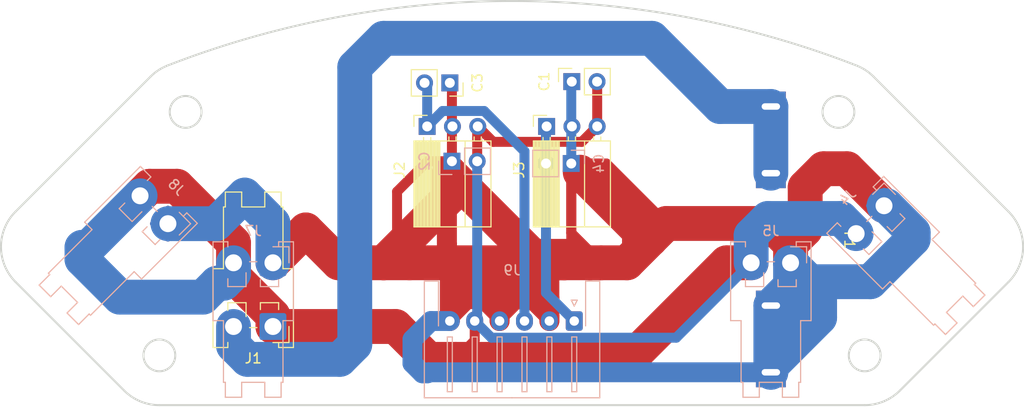
<source format=kicad_pcb>
(kicad_pcb (version 20211014) (generator pcbnew)
  (layers (0 "F.Cu" signal) (31 "B.Cu" signal) (34 "B.Paste" user) (35 "F.Paste" user) (36 "B.SilkS" user "B.Silkscreen") (37 "F.SilkS" user "F.Silkscreen") (38 "B.Mask" user) (39 "F.Mask" user) (44 "Edge.Cuts" user))
  (net 0 "")
  (net 1 "Net-(F1-Pad1)")
  (net 2 "GND")
  (net 3 "5V")
  (net 4 "7.4V")
  (net 5 "3.3V")
  (footprint "Connector_PinSocket_2.54mm:PinSocket_1x03_P2.54mm_Horizontal" (layer "F.Cu") (at 108.475 46.98 90)
    (fp_text reference "J2" (at -4.38 -2.77 90) (layer "F.SilkS"))
    (fp_text value "5V NJM7800FA")
    (fp_line (start -10.09 -0.619525) (end -1.46 -0.619525) (layer "F.SilkS") (width 0.12))
    (fp_line (start -10.09 0.91571) (end -1.46 0.91571) (layer "F.SilkS") (width 0.12))
    (fp_line (start -10.09 0.797615) (end -1.46 0.797615) (layer "F.SilkS") (width 0.12))
    (fp_line (start 0 -1.33) (end 1.11 -1.33) (layer "F.SilkS") (width 0.12))
    (fp_line (start -10.09 -0.855715) (end -1.46 -0.855715) (layer "F.SilkS") (width 0.12))
    (fp_line (start -10.09 0.089045) (end -1.46 0.089045) (layer "F.SilkS") (width 0.12))
    (fp_line (start -10.09 1.27) (end -1.46 1.27) (layer "F.SilkS") (width 0.12))
    (fp_line (start -10.09 0.44333) (end -1.46 0.44333) (layer "F.SilkS") (width 0.12))
    (fp_line (start -10.09 6.41) (end -1.46 6.41) (layer "F.SilkS") (width 0.12))
    (fp_line (start -1.46 0.36) (end -1.11 0.36) (layer "F.SilkS") (width 0.12))
    (fp_line (start -1.46 5.44) (end -1.05 5.44) (layer "F.SilkS") (width 0.12))
    (fp_line (start -10.09 0.561425) (end -1.46 0.561425) (layer "F.SilkS") (width 0.12))
    (fp_line (start -10.09 -0.383335) (end -1.46 -0.383335) (layer "F.SilkS") (width 0.12))
    (fp_line (start -10.09 1.033805) (end -1.46 1.033805) (layer "F.SilkS") (width 0.12))
    (fp_line (start -10.09 0.20714) (end -1.46 0.20714) (layer "F.SilkS") (width 0.12))
    (fp_line (start -10.09 -0.97381) (end -1.46 -0.97381) (layer "F.SilkS") (width 0.12))
    (fp_line (start -1.46 -0.36) (end -1.11 -0.36) (layer "F.SilkS") (width 0.12))
    (fp_line (start -1.46 -1.33) (end -1.46 6.41) (layer "F.SilkS") (width 0.12))
    (fp_line (start -10.09 -1.33) (end -10.09 6.41) (layer "F.SilkS") (width 0.12))
    (fp_line (start -10.09 -0.73762) (end -1.46 -0.73762) (layer "F.SilkS") (width 0.12))
    (fp_line (start 1.11 -1.33) (end 1.11 0) (layer "F.SilkS") (width 0.12))
    (fp_line (start -1.46 2.9) (end -1.05 2.9) (layer "F.SilkS") (width 0.12))
    (fp_line (start -10.09 -0.50143) (end -1.46 -0.50143) (layer "F.SilkS") (width 0.12))
    (fp_line (start -10.09 -1.21) (end -1.46 -1.21) (layer "F.SilkS") (width 0.12))
    (fp_line (start -10.09 0.67952) (end -1.46 0.67952) (layer "F.SilkS") (width 0.12))
    (fp_line (start -10.09 -1.091905) (end -1.46 -1.091905) (layer "F.SilkS") (width 0.12))
    (fp_line (start -10.09 -0.02905) (end -1.46 -0.02905) (layer "F.SilkS") (width 0.12))
    (fp_line (start -10.09 -0.147145) (end -1.46 -0.147145) (layer "F.SilkS") (width 0.12))
    (fp_line (start -10.09 -1.33) (end -1.46 -1.33) (layer "F.SilkS") (width 0.12))
    (fp_line (start -1.46 2.18) (end -1.05 2.18) (layer "F.SilkS") (width 0.12))
    (fp_line (start -10.09 0.325235) (end -1.46 0.325235) (layer "F.SilkS") (width 0.12))
    (fp_line (start -10.09 -0.26524) (end -1.46 -0.26524) (layer "F.SilkS") (width 0.12))
    (fp_line (start -10.09 1.1519) (end -1.46 1.1519) (layer "F.SilkS") (width 0.12))
    (fp_line (start -1.46 4.72) (end -1.05 4.72) (layer "F.SilkS") (width 0.12))
    (fp_line (start -10.09 3.81) (end -1.46 3.81) (layer "F.SilkS") (width 0.12))
    (pad "1" thru_hole rect (at 0 0 90) (size 1.7 1.7) (drill 1) (layers *.Cu *.Mask) (net 3 "5V"))
    (pad "2" thru_hole oval (at 0 2.54 90) (size 1.7 1.7) (drill 1) (layers *.Cu *.Mask) (net 2 "GND"))
    (pad "3" thru_hole oval (at 0 5.08 90) (size 1.7 1.7) (drill 1) (layers *.Cu *.Mask) (net 4 "7.4V"))
  )
  (footprint "Connector_JST:JST_VH_S2P-VH_1x02_P3.96mm_Horizontal" (layer "F.Cu") (at 92.98 67.08 180)
    (fp_text reference "J1" (at 1.98 -3.2) (layer "F.SilkS"))
    (fp_text value "Power IN")
    (fp_line (start 6.02 -2.11) (end 6.02 5.81) (layer "F.SilkS") (width 0.12))
    (fp_line (start 1.26 2.39) (end 1.26 1.7) (layer "F.SilkS") (width 0.12))
    (fp_line (start -2.06 5.81) (end -2.06 -2.11) (layer "F.SilkS") (width 0.12))
    (fp_line (start 2.7 1) (end 2.7 2.39) (layer "F.SilkS") (width 0.12))
    (fp_line (start 3.14 12.01) (end 3.14 13.51) (layer "F.SilkS") (width 0.12))
    (fp_line (start -1.01 5.81) (end -2.06 5.81) (layer "F.SilkS") (width 0.12))
    (fp_line (start 4.53 2.39) (end 4.53 1.6) (layer "F.SilkS") (width 0.12))
    (fp_line (start -0.58 2.39) (end 1.26 2.39) (layer "F.SilkS") (width 0.12))
    (fp_line (start -1.61 -1.61) (end -1.61 0) (layer "F.SilkS") (width 0.12))
    (fp_line (start 6.02 5.81) (end 4.97 5.81) (layer "F.SilkS") (width 0.12))
    (fp_line (start 4.78 12.01) (end 4.97 12.01) (layer "F.SilkS") (width 0.12))
    (fp_line (start -0.82 12.01) (end -0.82 13.51) (layer "F.SilkS") (width 0.12))
    (fp_line (start 4.78 13.51) (end 4.78 12.01) (layer "F.SilkS") (width 0.12))
    (fp_line (start 2.7 2.39) (end 4.54 2.39) (layer "F.SilkS") (width 0.12))
    (fp_line (start 4.53 -1.6) (end 4.53 -2.11) (layer "F.SilkS") (width 0.12))
    (fp_line (start 0.82 13.51) (end 0.82 12.01) (layer "F.SilkS") (width 0.12))
    (fp_line (start 3.14 13.51) (end 4.78 13.51) (layer "F.SilkS") (width 0.12))
    (fp_line (start -0.57 -2.11) (end -0.57 -1.61) (layer "F.SilkS") (width 0.12))
    (fp_line (start -2.06 -2.11) (end -0.57 -2.11) (layer "F.SilkS") (width 0.12))
    (fp_line (start -0.82 13.51) (end 0.82 13.51) (layer "F.SilkS") (width 0.12))
    (fp_line (start 4.53 -2.11) (end 6.02 -2.11) (layer "F.SilkS") (width 0.12))
    (fp_line (start 1.61 -0.11) (end 2.35 -0.11) (layer "F.SilkS") (width 0.12))
    (fp_line (start -1.01 12.01) (end -0.82 12.01) (layer "F.SilkS") (width 0.12))
    (fp_line (start 0 -1.61) (end -1.61 -1.61) (layer "F.SilkS") (width 0.12))
    (fp_line (start 0.82 12.01) (end 3.14 12.01) (layer "F.SilkS") (width 0.12))
    (fp_line (start -1.01 5.81) (end -1.01 12.01) (layer "F.SilkS") (width 0.12))
    (fp_line (start 4.97 12.01) (end 4.97 5.81) (layer "F.SilkS") (width 0.12))
    (fp_line (start -0.57 1.7) (end -0.57 2.39) (layer "F.SilkS") (width 0.12))
    (pad "1" thru_hole roundrect (at 0 0 180) (size 2.7 2.7) (drill 1.7) (layers *.Cu *.Mask) (roundrect_rratio 0.09259296296) (net 4 "7.4V"))
    (pad "2" thru_hole circle (at 3.96 0 180) (size 2.7 2.7) (drill 1.7) (layers *.Cu *.Mask) (net 1 "Net-(F1-Pad1)"))
  )
  (footprint "Connector_PinSocket_2.54mm:PinSocket_1x02_P2.54mm_Vertical" (layer "F.Cu") (at 110.75 42.605 -90)
    (fp_text reference "C3" (at 0 -2.77 90) (layer "F.SilkS"))
    (fp_text value "0.1μF")
    (fp_line (start 1.33 1.27) (end 1.33 3.87) (layer "F.SilkS") (width 0.12))
    (fp_line (start -1.33 1.27) (end -1.33 3.87) (layer "F.SilkS") (width 0.12))
    (fp_line (start 1.33 -1.33) (end 1.33 0) (layer "F.SilkS") (width 0.12))
    (fp_line (start -1.33 1.27) (end 1.33 1.27) (layer "F.SilkS") (width 0.12))
    (fp_line (start 0 -1.33) (end 1.33 -1.33) (layer "F.SilkS") (width 0.12))
    (fp_line (start -1.33 3.87) (end 1.33 3.87) (layer "F.SilkS") (width 0.12))
    (pad "1" thru_hole rect (at 0 0 270) (size 1.7 1.7) (drill 1) (layers *.Cu *.Mask) (net 2 "GND"))
    (pad "2" thru_hole oval (at 0 2.54 270) (size 1.7 1.7) (drill 1) (layers *.Cu *.Mask) (net 3 "5V"))
  )
  (footprint "RCJ_Library:Fuse" (layer "F.Cu") (at 143 58.38 -90)
    (fp_text reference "F1" (at 0 -7.9 -90 unlocked) (layer "F.SilkS"))
    (fp_text value "Fuse")
    (fp_line (start 6.6 0) (end 13.3 0) (layer "F.Cu") (width 3))
    (fp_line (start -13.4 0) (end -6.7 0) (layer "F.Cu") (width 3))
    (pad "1" thru_hole rect (at -13.4 0 270) (size 3 3) (drill oval 0.65 1.85) (layers *.Cu *.Mask) (net 1 "Net-(F1-Pad1)"))
    (pad "1" thru_hole rect (at -6.7 0 270) (size 3 3) (drill oval 0.65 1.85) (layers *.Cu *.Mask) (net 1 "Net-(F1-Pad1)"))
    (pad "2" thru_hole rect (at 13.3 0 270) (size 3 3) (drill oval 0.65 1.85) (layers *.Cu *.Mask) (net 2 "GND"))
    (pad "2" thru_hole rect (at 6.6 0 270) (size 3 3) (drill oval 0.65 1.85) (layers *.Cu *.Mask) (net 2 "GND"))
  )
  (footprint "Connector_PinSocket_2.54mm:PinSocket_1x03_P2.54mm_Horizontal" (layer "F.Cu") (at 120.475 46.98 90)
    (fp_text reference "J3" (at -4.38 -2.77 90) (layer "F.SilkS"))
    (fp_text value "3.3V TA48033S")
    (fp_line (start -10.09 -1.33) (end -1.46 -1.33) (layer "F.SilkS") (width 0.12))
    (fp_line (start -10.09 0.44333) (end -1.46 0.44333) (layer "F.SilkS") (width 0.12))
    (fp_line (start -10.09 -0.855715) (end -1.46 -0.855715) (layer "F.SilkS") (width 0.12))
    (fp_line (start -1.46 0.36) (end -1.11 0.36) (layer "F.SilkS") (width 0.12))
    (fp_line (start -1.46 -0.36) (end -1.11 -0.36) (layer "F.SilkS") (width 0.12))
    (fp_line (start -10.09 -0.619525) (end -1.46 -0.619525) (layer "F.SilkS") (width 0.12))
    (fp_line (start -10.09 -1.33) (end -10.09 6.41) (layer "F.SilkS") (width 0.12))
    (fp_line (start 1.11 -1.33) (end 1.11 0) (layer "F.SilkS") (width 0.12))
    (fp_line (start -10.09 -1.21) (end -1.46 -1.21) (layer "F.SilkS") (width 0.12))
    (fp_line (start -10.09 0.67952) (end -1.46 0.67952) (layer "F.SilkS") (width 0.12))
    (fp_line (start -10.09 0.089045) (end -1.46 0.089045) (layer "F.SilkS") (width 0.12))
    (fp_line (start -1.46 5.44) (end -1.05 5.44) (layer "F.SilkS") (width 0.12))
    (fp_line (start -10.09 1.1519) (end -1.46 1.1519) (layer "F.SilkS") (width 0.12))
    (fp_line (start -10.09 3.81) (end -1.46 3.81) (layer "F.SilkS") (width 0.12))
    (fp_line (start -10.09 1.033805) (end -1.46 1.033805) (layer "F.SilkS") (width 0.12))
    (fp_line (start -10.09 -0.147145) (end -1.46 -0.147145) (layer "F.SilkS") (width 0.12))
    (fp_line (start -1.46 2.9) (end -1.05 2.9) (layer "F.SilkS") (width 0.12))
    (fp_line (start -10.09 -0.97381) (end -1.46 -0.97381) (layer "F.SilkS") (width 0.12))
    (fp_line (start -1.46 4.72) (end -1.05 4.72) (layer "F.SilkS") (width 0.12))
    (fp_line (start -10.09 -0.50143) (end -1.46 -0.50143) (layer "F.SilkS") (width 0.12))
    (fp_line (start -10.09 -0.383335) (end -1.46 -0.383335) (layer "F.SilkS") (width 0.12))
    (fp_line (start -10.09 1.27) (end -1.46 1.27) (layer "F.SilkS") (width 0.12))
    (fp_line (start -10.09 -0.26524) (end -1.46 -0.26524) (layer "F.SilkS") (width 0.12))
    (fp_line (start -10.09 0.325235) (end -1.46 0.325235) (layer "F.SilkS") (width 0.12))
    (fp_line (start 0 -1.33) (end 1.11 -1.33) (layer "F.SilkS") (width 0.12))
    (fp_line (start -10.09 -0.02905) (end -1.46 -0.02905) (layer "F.SilkS") (width 0.12))
    (fp_line (start -10.09 0.561425) (end -1.46 0.561425) (layer "F.SilkS") (width 0.12))
    (fp_line (start -1.46 -1.33) (end -1.46 6.41) (layer "F.SilkS") (width 0.12))
    (fp_line (start -10.09 0.797615) (end -1.46 0.797615) (layer "F.SilkS") (width 0.12))
    (fp_line (start -10.09 0.91571) (end -1.46 0.91571) (layer "F.SilkS") (width 0.12))
    (fp_line (start -10.09 -1.091905) (end -1.46 -1.091905) (layer "F.SilkS") (width 0.12))
    (fp_line (start -10.09 0.20714) (end -1.46 0.20714) (layer "F.SilkS") (width 0.12))
    (fp_line (start -10.09 -0.73762) (end -1.46 -0.73762) (layer "F.SilkS") (width 0.12))
    (fp_line (start -10.09 6.41) (end -1.46 6.41) (layer "F.SilkS") (width 0.12))
    (fp_line (start -1.46 2.18) (end -1.05 2.18) (layer "F.SilkS") (width 0.12))
    (pad "1" thru_hole rect (at 0 0 90) (size 1.7 1.7) (drill 1) (layers *.Cu *.Mask) (net 5 "3.3V"))
    (pad "2" thru_hole oval (at 0 2.54 90) (size 1.7 1.7) (drill 1) (layers *.Cu *.Mask) (net 2 "GND"))
    (pad "3" thru_hole oval (at 0 5.08 90) (size 1.7 1.7) (drill 1) (layers *.Cu *.Mask) (net 4 "7.4V"))
  )
  (footprint "Connector_PinSocket_2.54mm:PinSocket_1x02_P2.54mm_Vertical" (layer "F.Cu") (at 123 42.48 90)
    (fp_text reference "C1" (at 0 -2.77 90) (layer "F.SilkS"))
    (fp_text value "0.33μF")
    (fp_line (start -1.33 1.27) (end -1.33 3.87) (layer "F.SilkS") (width 0.12))
    (fp_line (start 1.33 1.27) (end 1.33 3.87) (layer "F.SilkS") (width 0.12))
    (fp_line (start -1.33 3.87) (end 1.33 3.87) (layer "F.SilkS") (width 0.12))
    (fp_line (start 0 -1.33) (end 1.33 -1.33) (layer "F.SilkS") (width 0.12))
    (fp_line (start -1.33 1.27) (end 1.33 1.27) (layer "F.SilkS") (width 0.12))
    (fp_line (start 1.33 -1.33) (end 1.33 0) (layer "F.SilkS") (width 0.12))
    (pad "1" thru_hole rect (at 0 0 90) (size 1.7 1.7) (drill 1) (layers *.Cu *.Mask) (net 2 "GND"))
    (pad "2" thru_hole oval (at 0 2.54 90) (size 1.7 1.7) (drill 1) (layers *.Cu *.Mask) (net 4 "7.4V"))
  )
  (footprint "Connector_PinSocket_2.54mm:PinSocket_1x02_P2.54mm_Vertical" (layer "B.Cu") (at 122.95 50.705 90)
    (fp_text reference "C4" (at 0 2.77 90) (layer "B.SilkS") (effects (justify mirror)))
    (fp_text value "10µF")
    (fp_line (start -1.33 -1.27) (end -1.33 -3.87) (layer "B.SilkS") (width 0.12))
    (fp_line (start 1.33 1.33) (end 1.33 0) (layer "B.SilkS") (width 0.12))
    (fp_line (start 1.33 -1.27) (end 1.33 -3.87) (layer "B.SilkS") (width 0.12))
    (fp_line (start 0 1.33) (end 1.33 1.33) (layer "B.SilkS") (width 0.12))
    (fp_line (start -1.33 -3.87) (end 1.33 -3.87) (layer "B.SilkS") (width 0.12))
    (fp_line (start -1.33 -1.27) (end 1.33 -1.27) (layer "B.SilkS") (width 0.12))
    (pad "1" thru_hole rect (at 0 0 90) (size 1.7 1.7) (drill 1) (layers *.Cu *.Mask) (net 2 "GND"))
    (pad "2" thru_hole oval (at 0 -2.54 90) (size 1.7 1.7) (drill 1) (layers *.Cu *.Mask) (net 5 "3.3V"))
  )
  (footprint "Connector_JST:JST_VH_S2P-VH_1x02_P3.96mm_Horizontal" (layer "B.Cu") (at 82.43058 56.749562 135)
    (fp_text reference "J8" (at 1.98 3.2 135) (layer "B.SilkS") (effects (justify mirror)))
    (fp_text value "M4 Power")
    (fp_line (start 6.02 2.11) (end 6.02 -5.81) (layer "B.SilkS") (width 0.12))
    (fp_line (start 1.26 -2.39) (end 1.26 -1.7) (layer "B.SilkS") (width 0.12))
    (fp_line (start 3.14 -12.01) (end 3.14 -13.51) (layer "B.SilkS") (width 0.12))
    (fp_line (start -1.61 1.61) (end -1.61 0) (layer "B.SilkS") (width 0.12))
    (fp_line (start 4.78 -12.01) (end 4.97 -12.01) (layer "B.SilkS") (width 0.12))
    (fp_line (start 0 1.61) (end -1.61 1.61) (layer "B.SilkS") (width 0.12))
    (fp_line (start 4.78 -13.51) (end 4.78 -12.01) (layer "B.SilkS") (width 0.12))
    (fp_line (start -1.01 -5.81) (end -2.06 -5.81) (layer "B.SilkS") (width 0.12))
    (fp_line (start 4.97 -12.01) (end 4.97 -5.81) (layer "B.SilkS") (width 0.12))
    (fp_line (start -1.01 -12.01) (end -0.82 -12.01) (layer "B.SilkS") (width 0.12))
    (fp_line (start -2.06 2.11) (end -0.57 2.11) (layer "B.SilkS") (width 0.12))
    (fp_line (start 4.53 1.6) (end 4.53 2.11) (layer "B.SilkS") (width 0.12))
    (fp_line (start 0.82 -13.51) (end 0.82 -12.01) (layer "B.SilkS") (width 0.12))
    (fp_line (start -0.58 -2.39) (end 1.26 -2.39) (layer "B.SilkS") (width 0.12))
    (fp_line (start 2.7 -2.39) (end 4.54 -2.39) (layer "B.SilkS") (width 0.12))
    (fp_line (start -0.57 2.11) (end -0.57 1.61) (layer "B.SilkS") (width 0.12))
    (fp_line (start 0.82 -12.01) (end 3.14 -12.01) (layer "B.SilkS") (width 0.12))
    (fp_line (start 2.7 -1) (end 2.7 -2.39) (layer "B.SilkS") (width 0.12))
    (fp_line (start 4.53 -2.39) (end 4.53 -1.6) (layer "B.SilkS") (width 0.12))
    (fp_line (start -1.01 -5.81) (end -1.01 -12.01) (layer "B.SilkS") (width 0.12))
    (fp_line (start 1.61 0.11) (end 2.35 0.11) (layer "B.SilkS") (width 0.12))
    (fp_line (start -0.57 -1.7) (end -0.57 -2.39) (layer "B.SilkS") (width 0.12))
    (fp_line (start 4.53 2.11) (end 6.02 2.11) (layer "B.SilkS") (width 0.12))
    (fp_line (start 3.14 -13.51) (end 4.78 -13.51) (layer "B.SilkS") (width 0.12))
    (fp_line (start -0.82 -12.01) (end -0.82 -13.51) (layer "B.SilkS") (width 0.12))
    (fp_line (start -2.06 -5.81) (end -2.06 2.11) (layer "B.SilkS") (width 0.12))
    (fp_line (start -0.82 -13.51) (end 0.82 -13.51) (layer "B.SilkS") (width 0.12))
    (fp_line (start 6.02 -5.81) (end 4.97 -5.81) (layer "B.SilkS") (width 0.12))
    (pad "1" thru_hole roundrect (at 0 0 135) (size 2.7 2.7) (drill 1.7) (layers *.Cu *.Mask) (roundrect_rratio 0.09259296296) (net 2 "GND"))
    (pad "2" thru_hole circle (at 3.96 0 135) (size 2.7 2.7) (drill 1.7) (layers *.Cu *.Mask) (net 4 "7.4V"))
  )
  (footprint "Connector_PinSocket_2.54mm:PinSocket_1x02_P2.54mm_Vertical" (layer "B.Cu") (at 110.96 50.48 -90)
    (fp_text reference "C2" (at 0 2.77 90) (layer "B.SilkS") (effects (justify mirror)))
    (fp_text value "0.33µF")
    (fp_line (start -1.33 -1.27) (end -1.33 -3.87) (layer "B.SilkS") (width 0.12))
    (fp_line (start 1.33 1.33) (end 1.33 0) (layer "B.SilkS") (width 0.12))
    (fp_line (start 1.33 -1.27) (end 1.33 -3.87) (layer "B.SilkS") (width 0.12))
    (fp_line (start -1.33 -1.27) (end 1.33 -1.27) (layer "B.SilkS") (width 0.12))
    (fp_line (start -1.33 -3.87) (end 1.33 -3.87) (layer "B.SilkS") (width 0.12))
    (fp_line (start 0 1.33) (end 1.33 1.33) (layer "B.SilkS") (width 0.12))
    (pad "1" thru_hole rect (at 0 0 270) (size 1.7 1.7) (drill 1) (layers *.Cu *.Mask) (net 2 "GND"))
    (pad "2" thru_hole oval (at 0 -2.54 270) (size 1.7 1.7) (drill 1) (layers *.Cu *.Mask) (net 4 "7.4V"))
  )
  (footprint "Connector_JST:JST_VH_S2P-VH_1x02_P3.96mm_Horizontal" (layer "B.Cu") (at 144.98 60.68 180)
    (fp_text reference "J5" (at 1.98 3.2) (layer "B.SilkS") (effects (justify mirror)))
    (fp_text value "M2 Power")
    (fp_line (start 6.02 2.11) (end 6.02 -5.81) (layer "B.SilkS") (width 0.12))
    (fp_line (start -0.57 2.11) (end -0.57 1.61) (layer "B.SilkS") (width 0.12))
    (fp_line (start -1.61 1.61) (end -1.61 0) (layer "B.SilkS") (width 0.12))
    (fp_line (start -0.57 -1.7) (end -0.57 -2.39) (layer "B.SilkS") (width 0.12))
    (fp_line (start 2.7 -1) (end 2.7 -2.39) (layer "B.SilkS") (width 0.12))
    (fp_line (start 6.02 -5.81) (end 4.97 -5.81) (layer "B.SilkS") (width 0.12))
    (fp_line (start -1.01 -5.81) (end -1.01 -12.01) (layer "B.SilkS") (width 0.12))
    (fp_line (start -2.06 -5.81) (end -2.06 2.11) (layer "B.SilkS") (width 0.12))
    (fp_line (start 4.78 -13.51) (end 4.78 -12.01) (layer "B.SilkS") (width 0.12))
    (fp_line (start 4.53 1.6) (end 4.53 2.11) (layer "B.SilkS") (width 0.12))
    (fp_line (start -0.58 -2.39) (end 1.26 -2.39) (layer "B.SilkS") (width 0.12))
    (fp_line (start 3.14 -13.51) (end 4.78 -13.51) (layer "B.SilkS") (width 0.12))
    (fp_line (start -0.82 -12.01) (end -0.82 -13.51) (layer "B.SilkS") (width 0.12))
    (fp_line (start 0.82 -12.01) (end 3.14 -12.01) (layer "B.SilkS") (width 0.12))
    (fp_line (start 0 1.61) (end -1.61 1.61) (layer "B.SilkS") (width 0.12))
    (fp_line (start 4.53 -2.39) (end 4.53 -1.6) (layer "B.SilkS") (width 0.12))
    (fp_line (start 1.26 -2.39) (end 1.26 -1.7) (layer "B.SilkS") (width 0.12))
    (fp_line (start 1.61 0.11) (end 2.35 0.11) (layer "B.SilkS") (width 0.12))
    (fp_line (start -0.82 -13.51) (end 0.82 -13.51) (layer "B.SilkS") (width 0.12))
    (fp_line (start 2.7 -2.39) (end 4.54 -2.39) (layer "B.SilkS") (width 0.12))
    (fp_line (start 4.78 -12.01) (end 4.97 -12.01) (layer "B.SilkS") (width 0.12))
    (fp_line (start -1.01 -12.01) (end -0.82 -12.01) (layer "B.SilkS") (width 0.12))
    (fp_line (start 4.97 -12.01) (end 4.97 -5.81) (layer "B.SilkS") (width 0.12))
    (fp_line (start -1.01 -5.81) (end -2.06 -5.81) (layer "B.SilkS") (width 0.12))
    (fp_line (start 3.14 -12.01) (end 3.14 -13.51) (layer "B.SilkS") (width 0.12))
    (fp_line (start -2.06 2.11) (end -0.57 2.11) (layer "B.SilkS") (width 0.12))
    (fp_line (start 0.82 -13.51) (end 0.82 -12.01) (layer "B.SilkS") (width 0.12))
    (fp_line (start 4.53 2.11) (end 6.02 2.11) (layer "B.SilkS") (width 0.12))
    (pad "1" thru_hole roundrect (at 0 0 180) (size 2.7 2.7) (drill 1.7) (layers *.Cu *.Mask) (roundrect_rratio 0.09259296296) (net 2 "GND"))
    (pad "2" thru_hole circle (at 3.96 0 180) (size 2.7 2.7) (drill 1.7) (layers *.Cu *.Mask) (net 4 "7.4V"))
  )
  (footprint "Connector_JST:JST_VH_S2P-VH_1x02_P3.96mm_Horizontal" (layer "B.Cu") (at 154.369562 54.94942 -135)
    (fp_text reference "J4" (at 1.98 3.2 45) (layer "B.SilkS") (effects (justify mirror)))
    (fp_text value "M1 Power")
    (fp_line (start -0.58 -2.39) (end 1.26 -2.39) (layer "B.SilkS") (width 0.12))
    (fp_line (start 0.82 -13.51) (end 0.82 -12.01) (layer "B.SilkS") (width 0.12))
    (fp_line (start -0.57 2.11) (end -0.57 1.61) (layer "B.SilkS") (width 0.12))
    (fp_line (start 1.26 -2.39) (end 1.26 -1.7) (layer "B.SilkS") (width 0.12))
    (fp_line (start 4.78 -12.01) (end 4.97 -12.01) (layer "B.SilkS") (width 0.12))
    (fp_line (start -1.01 -12.01) (end -0.82 -12.01) (layer "B.SilkS") (width 0.12))
    (fp_line (start -1.61 1.61) (end -1.61 0) (layer "B.SilkS") (width 0.12))
    (fp_line (start -2.06 2.11) (end -0.57 2.11) (layer "B.SilkS") (width 0.12))
    (fp_line (start -0.57 -1.7) (end -0.57 -2.39) (layer "B.SilkS") (width 0.12))
    (fp_line (start -1.01 -5.81) (end -2.06 -5.81) (layer "B.SilkS") (width 0.12))
    (fp_line (start 1.61 0.11) (end 2.35 0.11) (layer "B.SilkS") (width 0.12))
    (fp_line (start -1.01 -5.81) (end -1.01 -12.01) (layer "B.SilkS") (width 0.12))
    (fp_line (start 0 1.61) (end -1.61 1.61) (layer "B.SilkS") (width 0.12))
    (fp_line (start -2.06 -5.81) (end -2.06 2.11) (layer "B.SilkS") (width 0.12))
    (fp_line (start 4.53 -2.39) (end 4.53 -1.6) (layer "B.SilkS") (width 0.12))
    (fp_line (start 4.78 -13.51) (end 4.78 -12.01) (layer "B.SilkS") (width 0.12))
    (fp_line (start 4.53 1.6) (end 4.53 2.11) (layer "B.SilkS") (width 0.12))
    (fp_line (start 3.14 -13.51) (end 4.78 -13.51) (layer "B.SilkS") (width 0.12))
    (fp_line (start 2.7 -1) (end 2.7 -2.39) (layer "B.SilkS") (width 0.12))
    (fp_line (start 6.02 -5.81) (end 4.97 -5.81) (layer "B.SilkS") (width 0.12))
    (fp_line (start -0.82 -13.51) (end 0.82 -13.51) (layer "B.SilkS") (width 0.12))
    (fp_line (start 2.7 -2.39) (end 4.54 -2.39) (layer "B.SilkS") (width 0.12))
    (fp_line (start 0.82 -12.01) (end 3.14 -12.01) (layer "B.SilkS") (width 0.12))
    (fp_line (start 4.97 -12.01) (end 4.97 -5.81) (layer "B.SilkS") (width 0.12))
    (fp_line (start 4.53 2.11) (end 6.02 2.11) (layer "B.SilkS") (width 0.12))
    (fp_line (start 6.02 2.11) (end 6.02 -5.81) (layer "B.SilkS") (width 0.12))
    (fp_line (start 3.14 -12.01) (end 3.14 -13.51) (layer "B.SilkS") (width 0.12))
    (fp_line (start -0.82 -12.01) (end -0.82 -13.51) (layer "B.SilkS") (width 0.12))
    (pad "1" thru_hole roundrect (at 0 0 225) (size 2.7 2.7) (drill 1.7) (layers *.Cu *.Mask) (roundrect_rratio 0.09259296296) (net 2 "GND"))
    (pad "2" thru_hole circle (at 3.96 0 225) (size 2.7 2.7) (drill 1.7) (layers *.Cu *.Mask) (net 4 "7.4V"))
  )
  (footprint "Connector_JST:JST_XH_S6B-XH-A-1_1x06_P2.50mm_Horizontal" (layer "B.Cu") (at 123.25 66.53 180)
    (fp_text reference "J9" (at 6.25 5.1) (layer "B.SilkS") (effects (justify mirror)))
    (fp_text value "Power Sending")
    (fp_line (start 7.25 -7.1) (end 7.75 -7.1) (layer "B.SilkS") (width 0.12))
    (fp_line (start 2.75 -1.6) (end 2.25 -1.6) (layer "B.SilkS") (width 0.12))
    (fp_line (start 2.75 -7.1) (end 2.75 -1.6) (layer "B.SilkS") (width 0.12))
    (fp_line (start -0.25 -7.1) (end 0.25 -7.1) (layer "B.SilkS") (width 0.12))
    (fp_line (start 2.25 -7.1) (end 2.75 -7.1) (layer "B.SilkS") (width 0.12))
    (fp_line (start 0 1.5) (end -0.3 2.1) (layer "B.SilkS") (width 0.12))
    (fp_line (start -0.3 2.1) (end 0.3 2.1) (layer "B.SilkS") (width 0.12))
    (fp_line (start 9.75 -1.6) (end 9.75 -7.1) (layer "B.SilkS") (width 0.12))
    (fp_line (start -1.14 4.01) (end -1.14 -0.49) (layer "B.SilkS") (width 0.12))
    (fp_line (start 15.06 -7.71) (end 15.06 4.01) (layer "B.SilkS") (width 0.12))
    (fp_line (start 10.25 -1.6) (end 9.75 -1.6) (layer "B.SilkS") (width 0.12))
    (fp_line (start 6.25 -7.71) (end -2.56 -7.71) (layer "B.SilkS") (width 0.12))
    (fp_line (start 0.25 -7.1) (end 0.25 -1.6) (layer "B.SilkS") (width 0.12))
    (fp_line (start 12.75 -7.1) (end 12.75 -1.6) (layer "B.SilkS") (width 0.12))
    (fp_line (start 10.25 -7.1) (end 10.25 -1.6) (layer "B.SilkS") (width 0.12))
    (fp_line (start 0.3 2.1) (end 0 1.5) (layer "B.SilkS") (width 0.12))
    (fp_line (start 12.25 -1.6) (end 12.25 -7.1) (layer "B.SilkS") (width 0.12))
    (fp_line (start 5.25 -1.6) (end 4.75 -1.6) (layer "B.SilkS") (width 0.12))
    (fp_line (start 6.25 -7.71) (end 15.06 -7.71) (layer "B.SilkS") (width 0.12))
    (fp_line (start -2.56 -7.71) (end -2.56 4.01) (layer "B.SilkS") (width 0.12))
    (fp_line (start 12.25 -7.1) (end 12.75 -7.1) (layer "B.SilkS") (width 0.12))
    (fp_line (start 7.25 -1.6) (end 7.25 -7.1) (layer "B.SilkS") (width 0.12))
    (fp_line (start -0.25 -1.6) (end -0.25 -7.1) (layer "B.SilkS") (width 0.12))
    (fp_line (start 13.64 4.01) (end 13.64 -0.49) (layer "B.SilkS") (width 0.12))
    (fp_line (start 0.25 -1.6) (end -0.25 -1.6) (layer "B.SilkS") (width 0.12))
    (fp_line (start 4.75 -7.1) (end 5.25 -7.1) (layer "B.SilkS") (width 0.12))
    (fp_line (start 4.75 -1.6) (end 4.75 -7.1) (layer "B.SilkS") (width 0.12))
    (fp_line (start 12.75 -1.6) (end 12.25 -1.6) (layer "B.SilkS") (width 0.12))
    (fp_line (start 7.75 -7.1) (end 7.75 -1.6) (layer "B.SilkS") (width 0.12))
    (fp_line (start -2.56 4.01) (end -1.14 4.01) (layer "B.SilkS") (width 0.12))
    (fp_line (start 7.75 -1.6) (end 7.25 -1.6) (layer "B.SilkS") (width 0.12))
    (fp_line (start 15.06 4.01) (end 13.64 4.01) (layer "B.SilkS") (width 0.12))
    (fp_line (start 9.75 -7.1) (end 10.25 -7.1) (layer "B.SilkS") (width 0.12))
    (fp_line (start 2.25 -1.6) (end 2.25 -7.1) (layer "B.SilkS") (width 0.12))
    (fp_line (start 5.25 -7.1) (end 5.25 -1.6) (layer "B.SilkS") (width 0.12))
    (pad "1" thru_hole roundrect (at 0 0 180) (size 1.7 1.95) (drill 0.95) (layers *.Cu *.Mask) (roundrect_rratio 0.1470588235) (net 5 "3.3V"))
    (pad "2" thru_hole oval (at 2.5 0 180) (size 1.7 1.95) (drill 0.95) (layers *.Cu *.Mask) (net 2 "GND"))
    (pad "3" thru_hole oval (at 5 0 180) (size 1.7 1.95) (drill 0.95) (layers *.Cu *.Mask) (net 3 "5V"))
    (pad "4" thru_hole oval (at 7.5 0 180) (size 1.7 1.95) (drill 0.95) (layers *.Cu *.Mask) (net 2 "GND"))
    (pad "5" thru_hole oval (at 10 0 180) (size 1.7 1.95) (drill 0.95) (layers *.Cu *.Mask) (net 4 "7.4V"))
    (pad "6" thru_hole oval (at 12.5 0 180) (size 1.7 1.95) (drill 0.95) (layers *.Cu *.Mask) (net 2 "GND"))
  )
  (footprint "Connector_JST:JST_VH_S2P-VH_1x02_P3.96mm_Horizontal" (layer "B.Cu") (at 92.98 60.68 180)
    (fp_text reference "J7" (at 1.98 3.2) (layer "B.SilkS") (effects (justify mirror)))
    (fp_text value "M3 Power")
    (fp_line (start -2.06 2.11) (end -0.57 2.11) (layer "B.SilkS") (width 0.12))
    (fp_line (start -2.06 -5.81) (end -2.06 2.11) (layer "B.SilkS") (width 0.12))
    (fp_line (start 1.61 0.11) (end 2.35 0.11) (layer "B.SilkS") (width 0.12))
    (fp_line (start -0.82 -13.51) (end 0.82 -13.51) (layer "B.SilkS") (width 0.12))
    (fp_line (start -0.82 -12.01) (end -0.82 -13.51) (layer "B.SilkS") (width 0.12))
    (fp_line (start 3.14 -13.51) (end 4.78 -13.51) (layer "B.SilkS") (width 0.12))
    (fp_line (start -0.57 2.11) (end -0.57 1.61) (layer "B.SilkS") (width 0.12))
    (fp_line (start -0.57 -1.7) (end -0.57 -2.39) (layer "B.SilkS") (width 0.12))
    (fp_line (start 1.26 -2.39) (end 1.26 -1.7) (layer "B.SilkS") (width 0.12))
    (fp_line (start 4.53 2.11) (end 6.02 2.11) (layer "B.SilkS") (width 0.12))
    (fp_line (start 4.78 -12.01) (end 4.97 -12.01) (layer "B.SilkS") (width 0.12))
    (fp_line (start 0.82 -13.51) (end 0.82 -12.01) (layer "B.SilkS") (width 0.12))
    (fp_line (start 0.82 -12.01) (end 3.14 -12.01) (layer "B.SilkS") (width 0.12))
    (fp_line (start -1.01 -5.81) (end -2.06 -5.81) (layer "B.SilkS") (width 0.12))
    (fp_line (start -1.01 -12.01) (end -0.82 -12.01) (layer "B.SilkS") (width 0.12))
    (fp_line (start 2.7 -1) (end 2.7 -2.39) (layer "B.SilkS") (width 0.12))
    (fp_line (start 6.02 -5.81) (end 4.97 -5.81) (layer "B.SilkS") (width 0.12))
    (fp_line (start -0.58 -2.39) (end 1.26 -2.39) (layer "B.SilkS") (width 0.12))
    (fp_line (start 0 1.61) (end -1.61 1.61) (layer "B.SilkS") (width 0.12))
    (fp_line (start 4.53 1.6) (end 4.53 2.11) (layer "B.SilkS") (width 0.12))
    (fp_line (start 4.78 -13.51) (end 4.78 -12.01) (layer "B.SilkS") (width 0.12))
    (fp_line (start 4.53 -2.39) (end 4.53 -1.6) (layer "B.SilkS") (width 0.12))
    (fp_line (start 6.02 2.11) (end 6.02 -5.81) (layer "B.SilkS") (width 0.12))
    (fp_line (start 4.97 -12.01) (end 4.97 -5.81) (layer "B.SilkS") (width 0.12))
    (fp_line (start -1.61 1.61) (end -1.61 0) (layer "B.SilkS") (width 0.12))
    (fp_line (start 2.7 -2.39) (end 4.54 -2.39) (layer "B.SilkS") (width 0.12))
    (fp_line (start 3.14 -12.01) (end 3.14 -13.51) (layer "B.SilkS") (width 0.12))
    (fp_line (start -1.01 -5.81) (end -1.01 -12.01) (layer "B.SilkS") (width 0.12))
    (pad "1" thru_hole roundrect (at 0 0 180) (size 2.7 2.7) (drill 1.7) (layers *.Cu *.Mask) (roundrect_rratio 0.09259296296) (net 2 "GND"))
    (pad "2" thru_hole circle (at 3.96 0 180) (size 2.7 2.7) (drill 1.7) (layers *.Cu *.Mask) (net 4 "7.4V"))
  )
  (gr_line (start 153.325738 41.986382) (end 166.874369 55.535013) (layer "Edge.Cuts") (width 0.2))
  (gr_arc (start 82.400191 40.860872) (mid 117 34.38) (end 151.599809 40.860872) (layer "Edge.Cuts") (width 0.2))
  (gr_circle (center 152.428932 69.980449) (end 150.828932 69.980449) (layer "Edge.Cuts") (width 0.2) (fill none))
  (gr_arc (start 166.874369 55.535013) (mid 168.338835 59.070546) (end 166.874369 62.60608) (layer "Edge.Cuts") (width 0.2))
  (gr_line (start 78.035534 73.515983) (end 67.125631 62.60608) (layer "Edge.Cuts") (width 0.2))
  (gr_arc (start 80.674262 41.986382) (mid 81.47862 41.333757) (end 82.400191 40.860872) (layer "Edge.Cuts") (width 0.2))
  (gr_arc (start 81.571068 74.980449) (mid 79.657651 74.599847) (end 78.035534 73.515983) (layer "Edge.Cuts") (width 0.2))
  (gr_arc (start 67.125631 62.60608) (mid 65.661165 59.070546) (end 67.125631 55.535013) (layer "Edge.Cuts") (width 0.2))
  (gr_circle (center 84.209796 45.521916) (end 82.609796 45.521916) (layer "Edge.Cuts") (width 0.2) (fill none))
  (gr_circle (center 149.790204 45.521916) (end 148.190204 45.521916) (layer "Edge.Cuts") (width 0.2) (fill none))
  (gr_circle (center 81.571068 69.980449) (end 79.971068 69.980449) (layer "Edge.Cuts") (width 0.2) (fill none))
  (gr_arc (start 151.599809 40.860872) (mid 152.52138 41.333757) (end 153.325738 41.986382) (layer "Edge.Cuts") (width 0.2))
  (gr_arc (start 155.964466 73.515983) (mid 154.342349 74.599847) (end 152.428932 74.980449) (layer "Edge.Cuts") (width 0.2))
  (gr_line (start 166.874369 62.60608) (end 155.964466 73.515983) (layer "Edge.Cuts") (width 0.2))
  (gr_line (start 152.428932 74.980449) (end 81.571068 74.980449) (layer "Edge.Cuts") (width 0.2))
  (gr_line (start 67.125631 55.535013) (end 80.674262 41.986382) (layer "Edge.Cuts") (width 0.2))
  (segment (start 99.70048 70.37952) (end 101.2 68.88) (width 3.5) (layer "B.Cu") (net 1))
  (segment (start 101.2 68.88) (end 101.2 41.03) (width 3.5) (layer "B.Cu") (net 1))
  (segment (start 90.410332 70.37952) (end 99.70048 70.37952) (width 3.5) (layer "B.Cu") (net 1))
  (segment (start 101.2 41.03) (end 104.1 38.13) (width 3.5) (layer "B.Cu") (net 1))
  (segment (start 89.02 67.08) (end 89.02 68.989188) (width 3.5) (layer "B.Cu") (net 1))
  (segment (start 131.05 38.13) (end 137.9 44.98) (width 3.5) (layer "B.Cu") (net 1))
  (segment (start 104.1 38.13) (end 131.05 38.13) (width 3.5) (layer "B.Cu") (net 1))
  (segment (start 137.9 44.98) (end 143 44.98) (width 3.5) (layer "B.Cu") (net 1))
  (segment (start 143 44.98) (end 143 51.68) (width 3.5) (layer "B.Cu") (net 1))
  (segment (start 89.02 68.989188) (end 90.410332 70.37952) (width 3.5) (layer "B.Cu") (net 1))
  (segment (start 115.75 60.83) (end 115.9 60.68) (width 2) (layer "F.Cu") (net 2))
  (segment (start 122.95 57.68) (end 125.95 60.68) (width 1) (layer "F.Cu") (net 2))
  (segment (start 122.95 50.705) (end 122.95 57.68) (width 1) (layer "F.Cu") (net 2))
  (segment (start 122.95 50.705) (end 122.95 51.93) (width 1) (layer "F.Cu") (net 2))
  (segment (start 119.740892 60.68) (end 110.700489 51.639597) (width 3.5) (layer "F.Cu") (net 2))
  (segment (start 154.369562 54.94942) (end 150.650142 51.23) (width 3.5) (layer "F.Cu") (net 2))
  (segment (start 120.75 66.53) (end 120.75 64.23) (width 2) (layer "F.Cu") (net 2))
  (segment (start 115.75 66.53) (end 115.75 60.83) (width 2) (layer "F.Cu") (net 2))
  (segment (start 109.95 60.68) (end 110.96 59.67) (width 1) (layer "F.Cu") (net 2))
  (segment (start 109.95 57.38) (end 109.95 60.68) (width 1) (layer "F.Cu") (net 2))
  (segment (start 105.45 59.43) (end 106.7 60.68) (width 1) (layer "F.Cu") (net 2))
  (segment (start 146.449511 53.080489) (end 146.449511 57.340489) (width 3.5) (layer "F.Cu") (net 2))
  (segment (start 122.95 50.705) (end 122.95 58.78) (width 1) (layer "F.Cu") (net 2))
  (segment (start 110.5 57.53) (end 110.15 57.18) (width 1) (layer "F.Cu") (net 2))
  (segment (start 115.75 65.88) (end 115.75 66.53) (width 2) (layer "F.Cu") (net 2))
  (segment (start 110.96 50.48) (end 119.26 58.78) (width 1) (layer "F.Cu") (net 2))
  (segment (start 112.426542 64.33) (end 110.75 66.006542) (width 2) (layer "F.Cu") (net 2))
  (segment (start 122.25 60.68) (end 119.15 60.68) (width 3.5) (layer "F.Cu") (net 2))
  (segment (start 115.75 65.88) (end 114.2 64.33) (width 2) (layer "F.Cu") (net 2))
  (segment (start 128.55 60.68) (end 125.95 60.68) (width 3.5) (layer "F.Cu") (net 2))
  (segment (start 110.75 66.53) (end 110.75 61.48) (width 2) (layer "F.Cu") (net 2))
  (segment (start 110.96 50.48) (end 108.5 50.48) (width 1) (layer "F.Cu") (net 2))
  (segment (start 117.27452 64.35548) (end 115.75 65.88) (width 2) (layer "F.Cu") (net 2))
  (segment (start 128.55 57.53) (end 128.55 60.68) (width 1) (layer "F.Cu") (net 2))
  (segment (start 120.75 64.23) (end 120.75 62.28) (width 2) (layer "F.Cu") (net 2))
  (segment (start 106.7 60.68) (end 104.1 60.68) (width 3.5) (layer "F.Cu") (net 2))
  (segment (start 122.95 50.705) (end 125.625 50.705) (width 1) (layer "F.Cu") (net 2))
  (segment (start 120.75 66.53) (end 120.75 66.006542) (width 2) (layer "F.Cu") (net 2))
  (segment (start 112.45 62.68) (end 112.05 63.08) (width 2) (layer "F.Cu") (net 2))
  (segment (start 125.95 60.68) (end 124.85 60.68) (width 3.5) (layer "F.Cu") (net 2))
  (segment (start 115.9 60.68) (end 109.95 60.68) (width 3.5) (layer "F.Cu") (net 2))
  (segment (start 130.6 58.33) (end 123.85 51.58) (width 3.5) (layer "F.Cu") (net 2))
  (segment (start 130.9 58.33) (end 128.55 60.68) (width 3.5) (layer "F.Cu") (net 2))
  (segment (start 125.625 50.705) (end 130.6 55.68) (width 1) (layer "F.Cu") (net 2))
  (segment (start 142.9 56.73) (end 132.5 56.73) (width 3.5) (layer "F.Cu") (net 2))
  (segment (start 110.15 57.18) (end 109.95 57.38) (width 1) (layer "F.Cu") (net 2))
  (segment (start 110.96 50.48) (end 110.96 42.815) (width 1) (layer "F.Cu") (net 2))
  (segment (start 120.75 64.23) (end 120.3 64.23) (width 2) (layer "F.Cu") (net 2))
  (segment (start 122.25 60.68) (end 119.740892 60.68) (width 3.5) (layer "F.Cu") (net 2))
  (segment (start 110.96 59.67) (end 110.96 58.79) (width 1) (layer "F.Cu") (net 2))
  (segment (start 99.579022 60.68) (end 96.279511 57.380489) (width 3.5) (layer "F.Cu") (net 2))
  (segment (start 146.449511 57.340489) (end 144.98 58.81) (width 3.5) (layer "F.Cu") (net 2))
  (segment (start 122.95 51.93) (end 128.55 57.53) (width 1) (layer "F.Cu") (net 2))
  (segment (start 120.75 66.006542) (end 119.098938 64.35548) (width 2) (layer "F.Cu") (net 2))
  (segment (start 132.5 56.73) (end 130.9 58.33) (width 3.5) (layer "F.Cu") (net 2))
  (segment (start 96.279511 57.380489) (end 92.98 60.68) (width 3.5) (layer "F.Cu") (net 2))
  (segment (start 110.700489 51.639597) (end 110.700489 54.079511) (width 3.5) (layer "F.Cu") (net 2))
  (segment (start 108.5 50.48) (end 105.45 53.53) (width 1) (layer "F.Cu") (net 2))
  (segment (start 120.75 62.28) (end 119.15 60.68) (width 2) (layer "F.Cu") (net 2))
  (segment (start 109.95 60.68) (end 106.7 60.68) (width 3.5) (layer "F.Cu") (net 2))
  (segment (start 110.75 66.006542) (end 110.75 66.53) (width 2) (layer "F.Cu") (net 2))
  (segment (start 144.98 60.68) (end 144.98 58.81) (width 3.5) (layer "F.Cu") (net 2))
  (segment (start 148.3 51.23) (end 146.449511 53.080489) (width 3.5) (layer "F.Cu") (net 2))
  (segment (start 122.95 58.78) (end 124.85 60.68) (width 1) (layer "F.Cu") (net 2))
  (segment (start 114.2 64.33) (end 112.426542 64.33) (width 2) (layer "F.Cu") (net 2))
  (segment (start 110.96 42.815) (end 110.75 42.605) (width 1) (layer "F.Cu") (net 2))
  (segment (start 130.9 58.33) (end 130.6 58.33) (width 3.5) (layer "F.Cu") (net 2))
  (segment (start 126.475 50.705) (end 132.5 56.73) (width 1) (layer "F.Cu") (net 2))
  (segment (start 124.85 60.68) (end 122.25 60.68) (width 3.5) (layer "F.Cu") (net 2))
  (segment (start 119.15 60.68) (end 115.9 60.68) (width 3.5) (layer "F.Cu") (net 2))
  (segment (start 110.75 61.48) (end 109.95 60.68) (width 2) (layer "F.Cu") (net 2))
  (segment (start 118.75 62.68) (end 112.45 62.68) (width 2) (layer "F.Cu") (net 2))
  (segment (start 144.98 58.81) (end 142.9 56.73) (width 3.5) (layer "F.Cu") (net 2))
  (segment (start 105.45 53.53) (end 105.45 59.43) (width 1) (layer "F.Cu") (net 2))
  (segment (start 122.95 50.705) (end 126.475 50.705) (width 1) (layer "F.Cu") (net 2))
  (segment (start 104.1 60.68) (end 99.579022 60.68) (width 3.5) (layer "F.Cu") (net 2))
  (segment (start 150.650142 51.23) (end 148.3 51.23) (width 3.5) (layer "F.Cu") (net 2))
  (segment (start 110.96 58.79) (end 110.96 50.48) (width 1) (layer "F.Cu") (net 2))
  (segment (start 110.700489 54.079511) (end 104.1 60.68) (width 3.5) (layer "F.Cu") (net 2))
  (segment (start 119.26 58.78) (end 122.95 58.78) (width 1) (layer "F.Cu") (net 2))
  (segment (start 110.5 58.33) (end 110.5 57.53) (width 1) (layer "F.Cu") (net 2))
  (segment (start 120.3 64.23) (end 118.75 62.68) (width 2) (layer "F.Cu") (net 2))
  (segment (start 119.098938 64.35548) (end 117.27452 64.35548) (width 2) (layer "F.Cu") (net 2))
  (segment (start 110.96 58.79) (end 110.5 58.33) (width 1) (layer "F.Cu") (net 2))
  (segment (start 154.369562 54.94942) (end 154.61942 54.94942) (width 3.5) (layer "B.Cu") (net 2))
  (segment (start 147.9 66.18) (end 147.9 63.6) (width 3.5) (layer "B.Cu") (net 2))
  (segment (start 157.3 57.63) (end 157.3 58.28) (width 3.5) (layer "B.Cu") (net 2))
  (segment (start 154.61942 54.94942) (end 157.3 57.63) (width 3.5) (layer "B.Cu") (net 2))
  (segment (start 108.85 66.53) (end 107 68.38) (width 2) (layer "B.Cu") (net 2))
  (segment (start 87.280438 56.749562) (end 90.15 53.88) (width 3.5) (layer "B.Cu") (net 2))
  (segment (start 144.98 63) (end 144.98 60.68) (width 3.5) (layer "B.Cu") (net 2))
  (segment (start 110.75 66.53) (end 108.85 66.53) (width 2) (layer "B.Cu") (net 2))
  (segment (start 143 64.98) (end 144.98 63) (width 3.5) (layer "B.Cu") (net 2))
  (segment (start 143 64.98) (end 144.8 64.98) (width 3.5) (layer "B.Cu") (net 2))
  (segment (start 147.9 63.6) (end 144.98 60.68) (width 3.5) (layer "B.Cu") (net 2))
  (segment (start 146.88 62.58) (end 144.98 60.68) (width 3.5) (layer "B.Cu") (net 2))
  (segment (start 90.15 53.88) (end 92.98 56.71) (width 3.5) (layer "B.Cu") (net 2))
  (segment (start 107 68.38) (end 107 70.78) (width 2) (layer "B.Cu") (net 2))
  (segment (start 108 71.78) (end 108.5 71.78) (width 2) (layer "B.Cu") (net 2))
  (segment (start 153 62.58) (end 146.88 62.58) (width 3.5) (layer "B.Cu") (net 2))
  (segment (start 92.98 56.71) (end 92.98 60.68) (width 3.5) (layer "B.Cu") (net 2))
  (segment (start 122.95 42.53) (end 123 42.48) (width 1) (layer "B.Cu") (net 2))
  (segment (start 143 71.08) (end 147.9 66.18) (width 3.5) (layer "B.Cu") (net 2))
  (segment (start 143 71.68) (end 143 71.08) (width 3.5) (layer "B.Cu") (net 2))
  (segment (start 144.8 64.98) (end 145.55 65.73) (width 3.5) (layer "B.Cu") (net 2))
  (segment (start 143 64.98) (end 143 71.68) (width 3.5) (layer "B.Cu") (net 2))
  (segment (start 108.5 71.78) (end 108.6 71.68) (width 2) (layer "B.Cu") (net 2))
  (segment (start 157.3 58.28) (end 153 62.58) (width 3.5) (layer "B.Cu") (net 2))
  (segment (start 82.43058 56.749562) (end 87.280438 56.749562) (width 3.5) (layer "B.Cu") (net 2))
  (segment (start 108.6 71.68) (end 143 71.68) (width 2) (layer "B.Cu") (net 2))
  (segment (start 107 70.78) (end 108 71.78) (width 2) (layer "B.Cu") (net 2))
  (segment (start 122.95 50.705) (end 122.95 42.53) (width 1) (layer "B.Cu") (net 2))
  (segment (start 118.25 49.483659) (end 114.19683 45.430489) (width 1) (layer "B.Cu") (net 3))
  (segment (start 110.024511 45.430489) (end 108.475 46.98) (width 1) (layer "B.Cu") (net 3))
  (segment (start 118.25 66.53) (end 118.25 49.483659) (width 1) (layer "B.Cu") (net 3))
  (segment (start 108.475 42.87) (end 108.21 42.605) (width 1) (layer "B.Cu") (net 3))
  (segment (start 108.475 46.98) (end 108.475 42.87) (width 1) (layer "B.Cu") (net 3))
  (segment (start 114.19683 45.430489) (end 110.024511 45.430489) (width 1) (layer "B.Cu") (net 3))
  (segment (start 89.02 60.68) (end 89.02 58.672756) (width 3.5) (layer "F.Cu") (net 4))
  (segment (start 113.5 50.48) (end 113.5 47.035) (width 1) (layer "F.Cu") (net 4))
  (segment (start 111.35 70.38) (end 128.85 70.38) (width 3.5) (layer "F.Cu") (net 4))
  (segment (start 92.98 67.08) (end 105.3 67.08) (width 3.5) (layer "F.Cu") (net 4))
  (segment (start 125.555 42.495) (end 125.54 42.48) (width 1) (layer "F.Cu") (net 4))
  (segment (start 89.02 58.672756) (end 83.341652 52.994408) (width 3.5) (layer "F.Cu") (net 4))
  (segment (start 138.55 60.68) (end 141.02 60.68) (width 3.5) (layer "F.Cu") (net 4))
  (segment (start 113.555 46.98) (end 115.104511 48.529511) (width 1) (layer "F.Cu") (net 4))
  (segment (start 108.6 70.38) (end 111.35 70.38) (width 3.5) (layer "F.Cu") (net 4))
  (segment (start 80.585448 52.994408) (end 79.630437 53.949419) (width 3.5) (layer "F.Cu") (net 4))
  (segment (start 115.104511 48.529511) (end 124.005489 48.529511) (width 1) (layer "F.Cu") (net 4))
  (segment (start 113.5 47.035) (end 113.555 46.98) (width 1) (layer "F.Cu") (net 4))
  (segment (start 105.3 67.08) (end 108.6 70.38) (width 3.5) (layer "F.Cu") (net 4))
  (segment (start 113.25 66.53) (end 113.25 68.48) (width 1) (layer "F.Cu") (net 4))
  (segment (start 83.341652 52.994408) (end 80.585448 52.994408) (width 3.5) (layer "F.Cu") (net 4))
  (segment (start 89.02 62.03059) (end 92.98 65.99059) (width 3.5) (layer "F.Cu") (net 4))
  (segment (start 92.98 65.99059) (end 92.98 67.08) (width 3.5) (layer "F.Cu") (net 4))
  (segment (start 89.02 60.68) (end 89.02 62.03059) (width 3.5) (layer "F.Cu") (net 4))
  (segment (start 128.85 70.38) (end 138.55 60.68) (width 3.5) (layer "F.Cu") (net 4))
  (segment (start 125.555 46.98) (end 125.555 42.495) (width 1) (layer "F.Cu") (net 4))
  (segment (start 124.005489 48.529511) (end 125.555 46.98) (width 1) (layer "F.Cu") (net 4))
  (segment (start 113.25 68.48) (end 111.35 70.38) (width 1) (layer "F.Cu") (net 4))
  (segment (start 141.02 57.91) (end 142.7 56.23) (width 3.5) (layer "B.Cu") (net 4))
  (segment (start 87.35 62.73) (end 88.05 62.73) (width 3.5) (layer "B.Cu") (net 4))
  (segment (start 113.25 66.53) (end 114.92452 68.20452) (width 1) (layer "B.Cu") (net 4))
  (segment (start 150.049856 56.23) (end 151.569419 57.749563) (width 3.5) (layer "B.Cu") (net 4))
  (segment (start 113.5 50.48) (end 113.5 66.28) (width 1) (layer "B.Cu") (net 4))
  (segment (start 142.7 56.23) (end 150.049856 56.23) (width 3.5) (layer "B.Cu") (net 4))
  (segment (start 73.8 59.13) (end 73.8 60.33) (width 3.5) (layer "B.Cu") (net 4))
  (segment (start 114.92452 68.20452) (end 133.49548 68.20452) (width 1) (layer "B.Cu") (net 4))
  (segment (start 88.05 62.73) (end 89.02 61.76) (width 3.5) (layer "B.Cu") (net 4))
  (segment (start 74.449856 59.13) (end 73.8 59.13) (width 3.5) (layer "B.Cu") (net 4))
  (segment (start 73.8 60.33) (end 77.6 64.13) (width 3.5) (layer "B.Cu") (net 4))
  (segment (start 89.02 61.76) (end 89.02 60.68) (width 3.5) (layer "B.Cu") (net 4))
  (segment (start 113.5 66.28) (end 113.25 66.53) (width 1) (layer "B.Cu") (net 4))
  (segment (start 133.49548 68.20452) (end 141.02 60.68) (width 1) (layer "B.Cu") (net 4))
  (segment (start 79.630437 53.949419) (end 74.449856 59.13) (width 3.5) (layer "B.Cu") (net 4))
  (segment (start 141.02 60.68) (end 141.02 57.91) (width 3.5) (layer "B.Cu") (net 4))
  (segment (start 77.6 64.13) (end 85.95 64.13) (width 3.5) (layer "B.Cu") (net 4))
  (segment (start 85.95 64.13) (end 87.35 62.73) (width 3.5) (layer "B.Cu") (net 4))
  (segment (start 120.41 47.045) (end 120.475 46.98) (width 1) (layer "B.Cu") (net 5))
  (segment (start 120.41 63.69) (end 120.41 50.705) (width 1) (layer "B.Cu") (net 5))
  (segment (start 123.25 66.53) (end 120.41 63.69) (width 1) (layer "B.Cu") (net 5))
  (segment (start 120.41 50.705) (end 120.41 47.045) (width 1) (layer "B.Cu") (net 5))
)
</source>
